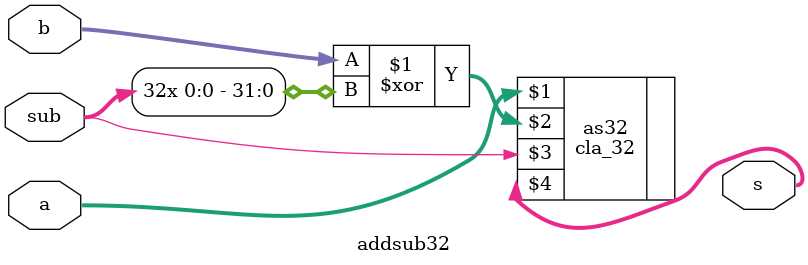
<source format=v>
`timescale 1ns / 1ps


module addsub32(
input [31:0] a,
input [31:0] b,
input sub,
output [31:0] s
    );
    cla_32 as32 (a,b^{32{sub}},sub,s);
endmodule

</source>
